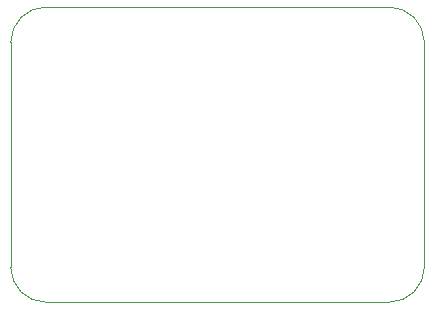
<source format=gbr>
%TF.GenerationSoftware,KiCad,Pcbnew,8.0.6*%
%TF.CreationDate,2024-12-14T19:14:03-05:00*%
%TF.ProjectId,dpx_pd_pooper,6470785f-7064-45f7-906f-6f7065722e6b,rev?*%
%TF.SameCoordinates,Original*%
%TF.FileFunction,Profile,NP*%
%FSLAX46Y46*%
G04 Gerber Fmt 4.6, Leading zero omitted, Abs format (unit mm)*
G04 Created by KiCad (PCBNEW 8.0.6) date 2024-12-14 19:14:03*
%MOMM*%
%LPD*%
G01*
G04 APERTURE LIST*
%TA.AperFunction,Profile*%
%ADD10C,0.050000*%
%TD*%
G04 APERTURE END LIST*
D10*
X72030000Y-80000000D02*
X43000000Y-80000000D01*
X43000000Y-55000000D02*
X72030000Y-55000000D01*
X43000000Y-80000000D02*
G75*
G02*
X40000000Y-77000000I0J3000000D01*
G01*
X75030000Y-77000000D02*
G75*
G02*
X72030000Y-80000000I-3000000J0D01*
G01*
X40000000Y-77000000D02*
X40000000Y-58000000D01*
X75030000Y-58000000D02*
X75030000Y-77000000D01*
X40000000Y-58000000D02*
G75*
G02*
X43000000Y-55000000I3000000J0D01*
G01*
X72030000Y-55000000D02*
G75*
G02*
X75030000Y-58000000I0J-3000000D01*
G01*
M02*

</source>
